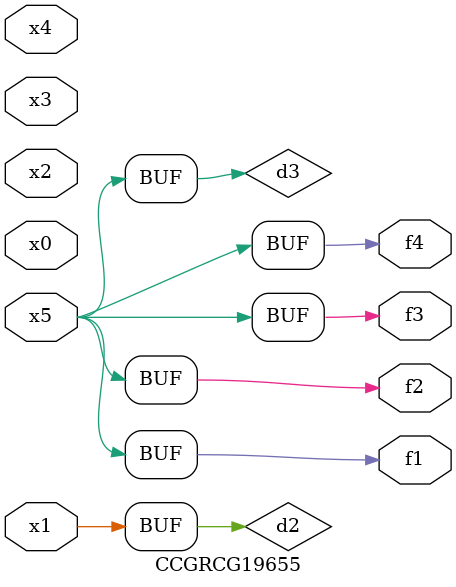
<source format=v>
module CCGRCG19655(
	input x0, x1, x2, x3, x4, x5,
	output f1, f2, f3, f4
);

	wire d1, d2, d3;

	not (d1, x5);
	or (d2, x1);
	xnor (d3, d1);
	assign f1 = d3;
	assign f2 = d3;
	assign f3 = d3;
	assign f4 = d3;
endmodule

</source>
